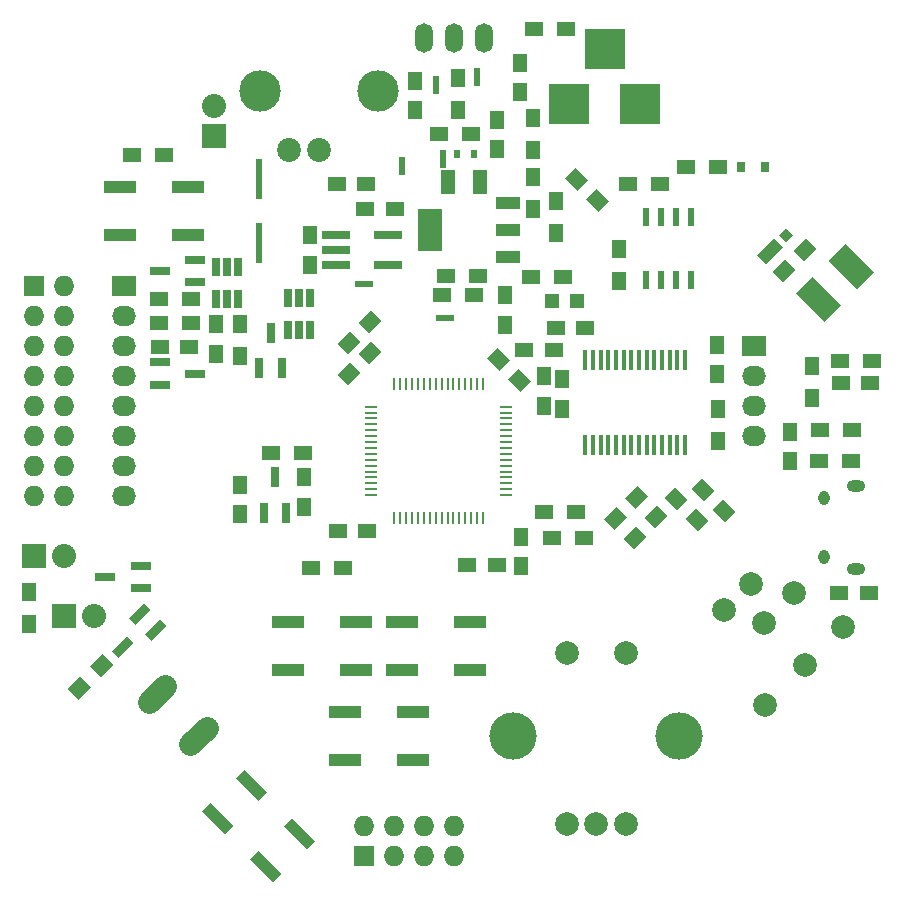
<source format=gts>
G04 #@! TF.FileFunction,Soldermask,Top*
%FSLAX46Y46*%
G04 Gerber Fmt 4.6, Leading zero omitted, Abs format (unit mm)*
G04 Created by KiCad (PCBNEW 4.0.5-e0-6337~49~ubuntu14.04.1) date Fri Jan 20 00:49:03 2017*
%MOMM*%
%LPD*%
G01*
G04 APERTURE LIST*
%ADD10C,0.200000*%
%ADD11R,1.500000X1.250000*%
%ADD12R,0.600000X1.500000*%
%ADD13R,1.250000X1.500000*%
%ADD14R,0.600000X3.400000*%
%ADD15R,3.500120X3.500120*%
%ADD16R,0.600000X0.700000*%
%ADD17R,1.198880X1.198880*%
%ADD18R,1.800860X0.800100*%
%ADD19R,0.800100X1.800860*%
%ADD20R,1.500000X1.300000*%
%ADD21C,2.000000*%
%ADD22R,1.500000X0.600000*%
%ADD23C,2.024000*%
%ADD24C,3.500000*%
%ADD25C,1.981200*%
%ADD26O,0.950000X1.250000*%
%ADD27O,1.550000X1.000000*%
%ADD28R,2.032000X2.032000*%
%ADD29O,2.032000X2.032000*%
%ADD30R,1.727200X1.727200*%
%ADD31O,1.727200X1.727200*%
%ADD32R,2.032000X1.727200*%
%ADD33O,2.032000X1.727200*%
%ADD34R,2.032000X3.657600*%
%ADD35R,2.032000X1.016000*%
%ADD36O,1.501140X2.499360*%
%ADD37R,1.300000X1.500000*%
%ADD38R,2.750000X1.000000*%
%ADD39C,4.000000*%
%ADD40R,2.400000X0.760000*%
%ADD41R,0.650000X1.560000*%
%ADD42R,0.450000X1.750000*%
%ADD43R,0.600000X1.550000*%
%ADD44R,1.000000X0.250000*%
%ADD45R,0.250000X1.000000*%
%ADD46R,0.800000X0.900000*%
%ADD47R,1.200000X2.000000*%
G04 APERTURE END LIST*
D10*
D11*
X134957500Y-91884500D03*
X137457500Y-91884500D03*
D12*
X143838000Y-60346000D03*
X146738000Y-53446000D03*
D13*
X124650500Y-76858500D03*
X124650500Y-74358500D03*
D11*
X122408000Y-76263500D03*
X119908000Y-76263500D03*
X137307000Y-64643000D03*
X139807000Y-64643000D03*
D13*
X150368000Y-54717000D03*
X150368000Y-52217000D03*
X173228000Y-85959000D03*
X173228000Y-83459000D03*
D11*
X177566000Y-79375000D03*
X180066000Y-79375000D03*
D10*
G36*
X174581271Y-67104845D02*
X175465155Y-67988729D01*
X174404495Y-69049389D01*
X173520611Y-68165505D01*
X174581271Y-67104845D01*
X174581271Y-67104845D01*
G37*
G36*
X172813505Y-68872611D02*
X173697389Y-69756495D01*
X172636729Y-70817155D01*
X171752845Y-69933271D01*
X172813505Y-68872611D01*
X172813505Y-68872611D01*
G37*
D14*
X128270000Y-67470000D03*
X128270000Y-62070000D03*
D13*
X132588000Y-69322000D03*
X132588000Y-66822000D03*
D11*
X150769000Y-76581000D03*
X153269000Y-76581000D03*
D13*
X149098000Y-74402000D03*
X149098000Y-71902000D03*
D10*
G36*
X154226845Y-62019729D02*
X155110729Y-61135845D01*
X156171389Y-62196505D01*
X155287505Y-63080389D01*
X154226845Y-62019729D01*
X154226845Y-62019729D01*
G37*
G36*
X155994611Y-63787495D02*
X156878495Y-62903611D01*
X157939155Y-63964271D01*
X157055271Y-64848155D01*
X155994611Y-63787495D01*
X155994611Y-63787495D01*
G37*
D13*
X141478000Y-56241000D03*
X141478000Y-53741000D03*
X148463000Y-59543000D03*
X148463000Y-57043000D03*
D11*
X137394000Y-62484000D03*
X134894000Y-62484000D03*
D13*
X152400000Y-81260000D03*
X152400000Y-78760000D03*
D11*
X153436000Y-74676000D03*
X155936000Y-74676000D03*
D10*
G36*
X168607155Y-90253271D02*
X167723271Y-91137155D01*
X166662611Y-90076495D01*
X167546495Y-89192611D01*
X168607155Y-90253271D01*
X168607155Y-90253271D01*
G37*
G36*
X166839389Y-88485505D02*
X165955505Y-89369389D01*
X164894845Y-88308729D01*
X165778729Y-87424845D01*
X166839389Y-88485505D01*
X166839389Y-88485505D01*
G37*
G36*
X166321155Y-91015271D02*
X165437271Y-91899155D01*
X164376611Y-90838495D01*
X165260495Y-89954611D01*
X166321155Y-91015271D01*
X166321155Y-91015271D01*
G37*
G36*
X164553389Y-89247505D02*
X163669505Y-90131389D01*
X162608845Y-89070729D01*
X163492729Y-88186845D01*
X164553389Y-89247505D01*
X164553389Y-89247505D01*
G37*
D13*
X167068500Y-76093000D03*
X167068500Y-78593000D03*
X132080000Y-87332500D03*
X132080000Y-89832500D03*
X126682500Y-87967500D03*
X126682500Y-90467500D03*
D10*
G36*
X135806729Y-79516655D02*
X134922845Y-78632771D01*
X135983505Y-77572111D01*
X136867389Y-78455995D01*
X135806729Y-79516655D01*
X135806729Y-79516655D01*
G37*
G36*
X137574495Y-77748889D02*
X136690611Y-76865005D01*
X137751271Y-75804345D01*
X138635155Y-76688229D01*
X137574495Y-77748889D01*
X137574495Y-77748889D01*
G37*
G36*
X135806729Y-76913155D02*
X134922845Y-76029271D01*
X135983505Y-74968611D01*
X136867389Y-75852495D01*
X135806729Y-76913155D01*
X135806729Y-76913155D01*
G37*
G36*
X137574495Y-75145389D02*
X136690611Y-74261505D01*
X137751271Y-73200845D01*
X138635155Y-74084729D01*
X137574495Y-75145389D01*
X137574495Y-75145389D01*
G37*
D11*
X148443000Y-94742000D03*
X145943000Y-94742000D03*
D13*
X150495000Y-92349000D03*
X150495000Y-94849000D03*
D10*
G36*
X147622845Y-77259729D02*
X148506729Y-76375845D01*
X149567389Y-77436505D01*
X148683505Y-78320389D01*
X147622845Y-77259729D01*
X147622845Y-77259729D01*
G37*
G36*
X149390611Y-79027495D02*
X150274495Y-78143611D01*
X151335155Y-79204271D01*
X150451271Y-80088155D01*
X149390611Y-79027495D01*
X149390611Y-79027495D01*
G37*
D11*
X179939000Y-97155000D03*
X177439000Y-97155000D03*
D15*
X154581860Y-55753000D03*
X160581340Y-55753000D03*
X157581600Y-51054000D03*
D16*
X146496000Y-59944000D03*
X145096000Y-59944000D03*
D10*
G36*
X172924039Y-66286276D02*
X173489724Y-66851961D01*
X172924039Y-67417646D01*
X172358354Y-66851961D01*
X172924039Y-66286276D01*
X172924039Y-66286276D01*
G37*
G36*
X171895198Y-67102984D02*
X172673016Y-67880802D01*
X171258802Y-69295016D01*
X170480984Y-68517198D01*
X171895198Y-67102984D01*
X171895198Y-67102984D01*
G37*
D17*
X155227020Y-72390000D03*
X153128980Y-72390000D03*
D18*
X119910860Y-77599500D03*
X119910860Y-79499500D03*
X122913140Y-78549500D03*
D19*
X128336000Y-78082140D03*
X130236000Y-78082140D03*
X129286000Y-75079860D03*
D18*
X118277640Y-96708000D03*
X118277640Y-94808000D03*
X115275360Y-95758000D03*
D10*
G36*
X120445296Y-99903963D02*
X119171896Y-101177363D01*
X118606140Y-100611607D01*
X119879540Y-99338207D01*
X120445296Y-99903963D01*
X120445296Y-99903963D01*
G37*
G36*
X119101793Y-98560460D02*
X117828393Y-99833860D01*
X117262637Y-99268104D01*
X118536037Y-97994704D01*
X119101793Y-98560460D01*
X119101793Y-98560460D01*
G37*
G36*
X117650612Y-101355144D02*
X116377212Y-102628544D01*
X115811456Y-102062788D01*
X117084856Y-100789388D01*
X117650612Y-101355144D01*
X117650612Y-101355144D01*
G37*
D19*
X128717000Y-90337640D03*
X130617000Y-90337640D03*
X129667000Y-87335360D03*
D20*
X177466000Y-77470000D03*
X180166000Y-77470000D03*
D21*
X171164365Y-106578590D03*
X173568528Y-97103359D03*
X167699542Y-98588284D03*
X169962284Y-96325542D03*
X177740458Y-100002497D03*
X174558478Y-103184478D03*
X171022944Y-99648944D03*
D10*
G36*
X175151085Y-70348752D02*
X177555248Y-72752915D01*
X176141035Y-74167128D01*
X173736872Y-71762965D01*
X175151085Y-70348752D01*
X175151085Y-70348752D01*
G37*
G36*
X177934965Y-67564872D02*
X180339128Y-69969035D01*
X178924915Y-71383248D01*
X176520752Y-68979085D01*
X177934965Y-67564872D01*
X177934965Y-67564872D01*
G37*
D22*
X137164400Y-70940000D03*
X144064400Y-73840000D03*
D12*
X143309000Y-54081000D03*
X140409000Y-60981000D03*
D23*
X133350000Y-59610000D03*
X130810000Y-59610000D03*
D24*
X128350000Y-54610000D03*
X138350000Y-54610000D03*
D25*
X122489540Y-109920460D02*
X123890460Y-108519540D01*
X118954006Y-106384926D02*
X120354926Y-104984006D01*
D26*
X176110460Y-89066100D03*
X176110460Y-94066100D03*
D27*
X178810460Y-88066100D03*
X178810460Y-95066100D03*
D28*
X111760000Y-99060000D03*
D29*
X114300000Y-99060000D03*
D28*
X109220000Y-93980000D03*
D29*
X111760000Y-93980000D03*
D30*
X109220000Y-71120000D03*
D31*
X111760000Y-71120000D03*
X109220000Y-73660000D03*
X111760000Y-73660000D03*
X109220000Y-76200000D03*
X111760000Y-76200000D03*
X109220000Y-78740000D03*
X111760000Y-78740000D03*
X109220000Y-81280000D03*
X111760000Y-81280000D03*
X109220000Y-83820000D03*
X111760000Y-83820000D03*
X109220000Y-86360000D03*
X111760000Y-86360000D03*
X109220000Y-88900000D03*
X111760000Y-88900000D03*
D32*
X116840000Y-71120000D03*
D33*
X116840000Y-73660000D03*
X116840000Y-76200000D03*
X116840000Y-78740000D03*
X116840000Y-81280000D03*
X116840000Y-83820000D03*
X116840000Y-86360000D03*
X116840000Y-88900000D03*
D32*
X170180000Y-76200000D03*
D33*
X170180000Y-78740000D03*
X170180000Y-81280000D03*
X170180000Y-83820000D03*
D30*
X137160000Y-119380000D03*
D31*
X137160000Y-116840000D03*
X139700000Y-119380000D03*
X139700000Y-116840000D03*
X142240000Y-119380000D03*
X142240000Y-116840000D03*
X144780000Y-119380000D03*
X144780000Y-116840000D03*
D28*
X124460000Y-58420000D03*
D29*
X124460000Y-55880000D03*
D34*
X142798800Y-66395600D03*
D35*
X149402800Y-66395600D03*
X149402800Y-64109600D03*
X149402800Y-68681600D03*
D36*
X144780000Y-50165000D03*
X142240000Y-50165000D03*
X147320000Y-50165000D03*
D37*
X126682500Y-77042000D03*
X126682500Y-74342000D03*
D20*
X144141200Y-70256400D03*
X146841200Y-70256400D03*
X146257000Y-58293000D03*
X143557000Y-58293000D03*
X119808000Y-72263000D03*
X122508000Y-72263000D03*
X119808000Y-74231500D03*
X122508000Y-74231500D03*
X178388000Y-85979000D03*
X175688000Y-85979000D03*
D37*
X175133000Y-77898000D03*
X175133000Y-80598000D03*
D20*
X175815000Y-83312000D03*
X178515000Y-83312000D03*
X146485600Y-71932800D03*
X143785600Y-71932800D03*
X154004000Y-70358000D03*
X151304000Y-70358000D03*
D37*
X153416000Y-63928000D03*
X153416000Y-66628000D03*
X145161000Y-56214000D03*
X145161000Y-53514000D03*
D20*
X132711200Y-94996000D03*
X135411200Y-94996000D03*
X117585500Y-60007500D03*
X120285500Y-60007500D03*
X167148500Y-61087000D03*
X164448500Y-61087000D03*
D37*
X167132000Y-84281000D03*
X167132000Y-81581000D03*
X108839000Y-99775000D03*
X108839000Y-97075000D03*
D10*
G36*
X113020695Y-106148043D02*
X112101457Y-105228805D01*
X113162117Y-104168145D01*
X114081355Y-105087383D01*
X113020695Y-106148043D01*
X113020695Y-106148043D01*
G37*
G36*
X114929883Y-104238855D02*
X114010645Y-103319617D01*
X115071305Y-102258957D01*
X115990543Y-103178195D01*
X114929883Y-104238855D01*
X114929883Y-104238855D01*
G37*
G36*
X130214543Y-120905864D02*
X129507436Y-121612971D01*
X127562893Y-119668428D01*
X128270000Y-118961321D01*
X130214543Y-120905864D01*
X130214543Y-120905864D01*
G37*
G36*
X126148679Y-116840000D02*
X125441572Y-117547107D01*
X123497029Y-115602564D01*
X124204136Y-114895457D01*
X126148679Y-116840000D01*
X126148679Y-116840000D01*
G37*
G36*
X128977107Y-114011572D02*
X128270000Y-114718679D01*
X126325457Y-112774136D01*
X127032564Y-112067029D01*
X128977107Y-114011572D01*
X128977107Y-114011572D01*
G37*
G36*
X133042971Y-118077436D02*
X132335864Y-118784543D01*
X130391321Y-116840000D01*
X131098428Y-116132893D01*
X133042971Y-118077436D01*
X133042971Y-118077436D01*
G37*
D38*
X141305000Y-111220000D03*
X135555000Y-111220000D03*
X135555000Y-107220000D03*
X141305000Y-107220000D03*
X130729000Y-99600000D03*
X136479000Y-99600000D03*
X136479000Y-103600000D03*
X130729000Y-103600000D03*
X140381000Y-99600000D03*
X146131000Y-99600000D03*
X146131000Y-103600000D03*
X140381000Y-103600000D03*
D21*
X154345000Y-116720000D03*
X159345000Y-116720000D03*
X156845000Y-116720000D03*
X154345000Y-102220000D03*
X159345000Y-102220000D03*
D39*
X149845000Y-109220000D03*
X163845000Y-109220000D03*
D38*
X116505000Y-62770000D03*
X122255000Y-62770000D03*
X122255000Y-66770000D03*
X116505000Y-66770000D03*
D40*
X139248000Y-69342000D03*
X139248000Y-66802000D03*
X134818000Y-69342000D03*
X134818000Y-68072000D03*
X134818000Y-66802000D03*
D41*
X126553000Y-69516000D03*
X125603000Y-69516000D03*
X124653000Y-69516000D03*
X124653000Y-72216000D03*
X126553000Y-72216000D03*
X125603000Y-72216000D03*
X132649000Y-72183000D03*
X131699000Y-72183000D03*
X130749000Y-72183000D03*
X130749000Y-74883000D03*
X132649000Y-74883000D03*
X131699000Y-74883000D03*
D42*
X155922000Y-84626000D03*
X156572000Y-84626000D03*
X157222000Y-84626000D03*
X157872000Y-84626000D03*
X158522000Y-84626000D03*
X159172000Y-84626000D03*
X159822000Y-84626000D03*
X160472000Y-84626000D03*
X161122000Y-84626000D03*
X161772000Y-84626000D03*
X162422000Y-84626000D03*
X163072000Y-84626000D03*
X163722000Y-84626000D03*
X164372000Y-84626000D03*
X164372000Y-77426000D03*
X163722000Y-77426000D03*
X163072000Y-77426000D03*
X162422000Y-77426000D03*
X161772000Y-77426000D03*
X161122000Y-77426000D03*
X160472000Y-77426000D03*
X159822000Y-77426000D03*
X159172000Y-77426000D03*
X158522000Y-77426000D03*
X157872000Y-77426000D03*
X157222000Y-77426000D03*
X156572000Y-77426000D03*
X155922000Y-77426000D03*
D43*
X161036000Y-70645000D03*
X162306000Y-70645000D03*
X163576000Y-70645000D03*
X164846000Y-70645000D03*
X164846000Y-65245000D03*
X163576000Y-65245000D03*
X162306000Y-65245000D03*
X161036000Y-65245000D03*
D44*
X137810000Y-81340000D03*
X137810000Y-81840000D03*
X137810000Y-82340000D03*
X137810000Y-82840000D03*
X137810000Y-83340000D03*
X137810000Y-83840000D03*
X137810000Y-84340000D03*
X137810000Y-84840000D03*
X137810000Y-85340000D03*
X137810000Y-85840000D03*
X137810000Y-86340000D03*
X137810000Y-86840000D03*
X137810000Y-87340000D03*
X137810000Y-87840000D03*
X137810000Y-88340000D03*
X137810000Y-88840000D03*
D45*
X139760000Y-90790000D03*
X140260000Y-90790000D03*
X140760000Y-90790000D03*
X141260000Y-90790000D03*
X141760000Y-90790000D03*
X142260000Y-90790000D03*
X142760000Y-90790000D03*
X143260000Y-90790000D03*
X143760000Y-90790000D03*
X144260000Y-90790000D03*
X144760000Y-90790000D03*
X145260000Y-90790000D03*
X145760000Y-90790000D03*
X146260000Y-90790000D03*
X146760000Y-90790000D03*
X147260000Y-90790000D03*
D44*
X149210000Y-88840000D03*
X149210000Y-88340000D03*
X149210000Y-87840000D03*
X149210000Y-87340000D03*
X149210000Y-86840000D03*
X149210000Y-86340000D03*
X149210000Y-85840000D03*
X149210000Y-85340000D03*
X149210000Y-84840000D03*
X149210000Y-84340000D03*
X149210000Y-83840000D03*
X149210000Y-83340000D03*
X149210000Y-82840000D03*
X149210000Y-82340000D03*
X149210000Y-81840000D03*
X149210000Y-81340000D03*
D45*
X147260000Y-79390000D03*
X146760000Y-79390000D03*
X146260000Y-79390000D03*
X145760000Y-79390000D03*
X145260000Y-79390000D03*
X144760000Y-79390000D03*
X144260000Y-79390000D03*
X143760000Y-79390000D03*
X143260000Y-79390000D03*
X142760000Y-79390000D03*
X142260000Y-79390000D03*
X141760000Y-79390000D03*
X141260000Y-79390000D03*
X140760000Y-79390000D03*
X140260000Y-79390000D03*
X139760000Y-79390000D03*
D46*
X171166500Y-61087000D03*
X169066500Y-61087000D03*
D10*
G36*
X160357271Y-88059845D02*
X161241155Y-88943729D01*
X160180495Y-90004389D01*
X159296611Y-89120505D01*
X160357271Y-88059845D01*
X160357271Y-88059845D01*
G37*
G36*
X158589505Y-89827611D02*
X159473389Y-90711495D01*
X158412729Y-91772155D01*
X157528845Y-90888271D01*
X158589505Y-89827611D01*
X158589505Y-89827611D01*
G37*
G36*
X162008271Y-89710845D02*
X162892155Y-90594729D01*
X161831495Y-91655389D01*
X160947611Y-90771505D01*
X162008271Y-89710845D01*
X162008271Y-89710845D01*
G37*
G36*
X160240505Y-91478611D02*
X161124389Y-92362495D01*
X160063729Y-93423155D01*
X159179845Y-92539271D01*
X160240505Y-91478611D01*
X160240505Y-91478611D01*
G37*
D20*
X152447000Y-90297000D03*
X155147000Y-90297000D03*
X153082000Y-92456000D03*
X155782000Y-92456000D03*
D13*
X153924000Y-81514000D03*
X153924000Y-79014000D03*
D20*
X132033000Y-85280500D03*
X129333000Y-85280500D03*
D18*
X122913140Y-70800000D03*
X122913140Y-68900000D03*
X119910860Y-69850000D03*
D47*
X147040600Y-62357000D03*
X144297400Y-62357000D03*
D37*
X158750000Y-67992000D03*
X158750000Y-70692000D03*
D20*
X159559000Y-62484000D03*
X162259000Y-62484000D03*
D37*
X151511000Y-56943000D03*
X151511000Y-59643000D03*
D20*
X151558000Y-49403000D03*
X154258000Y-49403000D03*
D37*
X151511000Y-61896000D03*
X151511000Y-64596000D03*
M02*

</source>
